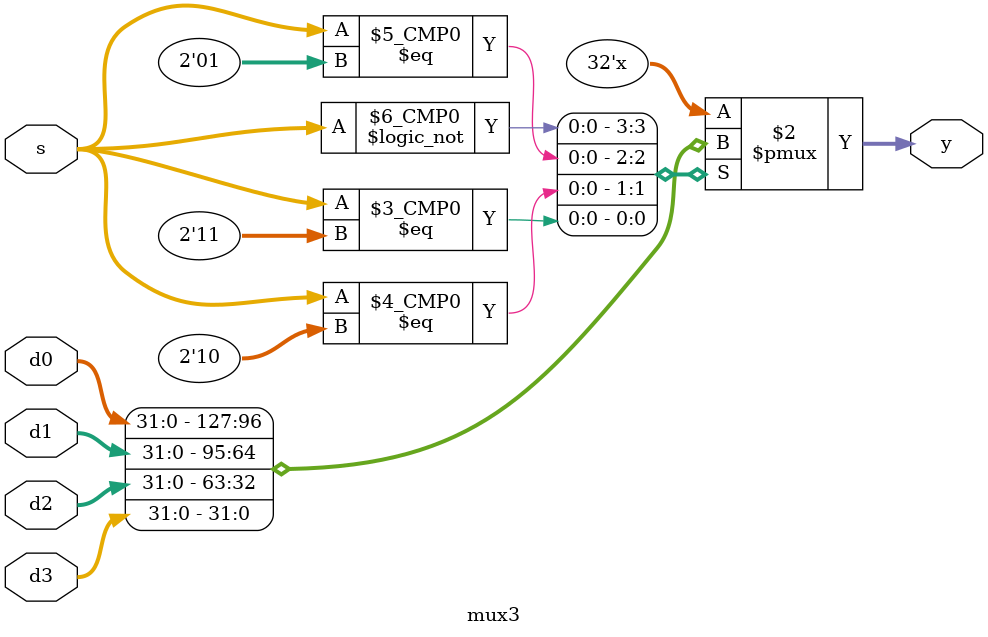
<source format=v>
`timescale 1ns / 1ps


module mux3 #(parameter WIDTH = 32) (
  input   [1:0]         s, 
  input   [WIDTH-1:0]  d0, 
  input   [WIDTH-1:0]  d1, 
  input   [WIDTH-1:0]  d2, 
  input   [WIDTH-1:0]  d3, 
  output reg [WIDTH-1:0]  y 
  );
 always@(*)
 begin
     case(s)
         2'b00:y = d0;
         2'b01:y = d1;
         2'b10:y = d2;
         2'b11:y = d3;
     endcase
 end
 endmodule

</source>
